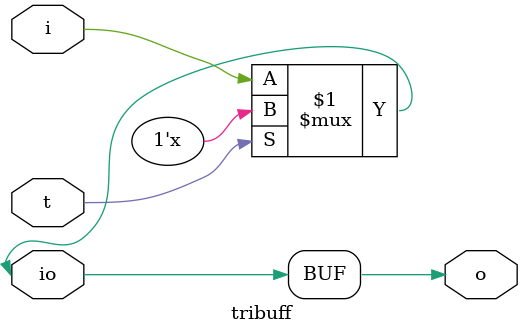
<source format=v>
/* ----------------------------------------- *
 * Title       : Tri-state Buffer            *
 * Project     : Verilog Utility Modules     *
 * ----------------------------------------- *
 * File        : trubuff.v                   *
 * Author      : Yigit Suoglu                *
 * Last Edit   : 04/12/2021                  *
 * ----------------------------------------- *
 * Description : Three state buffer          *
 * ----------------------------------------- */

module tribuff(
  inout io,
  input i,
  output o,
  input t);

  assign io = t ? 1'bz : i;
  assign o = io;
endmodule

</source>
